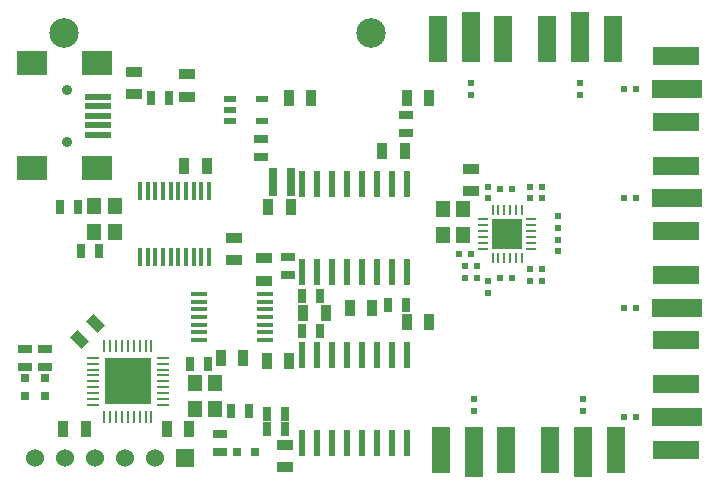
<source format=gts>
G04 #@! TF.FileFunction,Soldermask,Top*
%FSLAX46Y46*%
G04 Gerber Fmt 4.6, Leading zero omitted, Abs format (unit mm)*
G04 Created by KiCad (PCBNEW 4.0.5) date 03/01/17 00:06:24*
%MOMM*%
%LPD*%
G01*
G04 APERTURE LIST*
%ADD10C,0.100000*%
%ADD11R,4.000000X4.000000*%
%ADD12C,0.600000*%
%ADD13R,1.050000X0.250000*%
%ADD14R,0.250000X1.050000*%
%ADD15R,2.500000X2.500000*%
%ADD16O,0.900000X0.250000*%
%ADD17O,0.250000X0.900000*%
%ADD18R,1.200000X1.400000*%
%ADD19R,2.301240X0.500380*%
%ADD20R,2.499360X1.998980*%
%ADD21C,0.899160*%
%ADD22R,1.397000X0.431800*%
%ADD23R,0.600000X2.200000*%
%ADD24R,0.300000X1.600000*%
%ADD25R,1.524000X1.524000*%
%ADD26C,1.524000*%
%ADD27R,0.889000X1.397000*%
%ADD28R,1.397000X0.889000*%
%ADD29R,0.635000X1.143000*%
%ADD30R,1.143000X0.635000*%
%ADD31R,0.600000X0.500000*%
%ADD32R,0.500000X0.600000*%
%ADD33R,0.797560X0.797560*%
%ADD34R,1.100000X0.600000*%
%ADD35R,1.500000X3.950000*%
%ADD36R,1.500000X4.250000*%
%ADD37R,3.950000X1.500000*%
%ADD38R,4.250000X1.500000*%
%ADD39C,2.500000*%
G04 APERTURE END LIST*
D10*
D11*
X148975000Y-116500000D03*
D12*
X150475000Y-118000000D03*
X150475000Y-116500000D03*
X150475000Y-115000000D03*
X148975000Y-118000000D03*
X148975000Y-116500000D03*
X148975000Y-115000000D03*
X147475000Y-118000000D03*
X147475000Y-116500000D03*
X147475000Y-115000000D03*
D13*
X151950000Y-118500000D03*
X151950000Y-118000000D03*
X151950000Y-117500000D03*
X151950000Y-117000000D03*
X151950000Y-116500000D03*
X151950000Y-116000000D03*
X151950000Y-115500000D03*
X151950000Y-115000000D03*
X151950000Y-114500000D03*
D14*
X150975000Y-113525000D03*
X150475000Y-113525000D03*
X149975000Y-113525000D03*
X149475000Y-113525000D03*
X148975000Y-113525000D03*
X148475000Y-113525000D03*
X147975000Y-113525000D03*
X147475000Y-113525000D03*
X146975000Y-113525000D03*
D13*
X146000000Y-114500000D03*
X146000000Y-115000000D03*
X146000000Y-115500000D03*
X146000000Y-116000000D03*
X146000000Y-116500000D03*
X146000000Y-117000000D03*
X146000000Y-117500000D03*
X146000000Y-118000000D03*
X146000000Y-118500000D03*
D14*
X146975000Y-119475000D03*
X147475000Y-119475000D03*
X147975000Y-119475000D03*
X148475000Y-119475000D03*
X148975000Y-119475000D03*
X149475000Y-119475000D03*
X149975000Y-119475000D03*
X150475000Y-119475000D03*
X150975000Y-119475000D03*
D15*
X181100000Y-104000000D03*
D12*
X180200000Y-103100000D03*
X180200000Y-104000000D03*
X180200000Y-104900000D03*
X181100000Y-103100000D03*
X181100000Y-104000000D03*
X181100000Y-104900000D03*
X182000000Y-103100000D03*
X182000000Y-104000000D03*
X182000000Y-104900000D03*
D16*
X179050000Y-102750000D03*
X179050000Y-103250000D03*
X179050000Y-103750000D03*
X179050000Y-104250000D03*
X179050000Y-104750000D03*
X179050000Y-105250000D03*
D17*
X179850000Y-106050000D03*
X180350000Y-106050000D03*
X180850000Y-106050000D03*
X181350000Y-106050000D03*
X181850000Y-106050000D03*
X182350000Y-106050000D03*
D16*
X183150000Y-105250000D03*
X183150000Y-104750000D03*
X183150000Y-104250000D03*
X183150000Y-103750000D03*
X183150000Y-103250000D03*
X183150000Y-102750000D03*
D17*
X182350000Y-101950000D03*
X181850000Y-101950000D03*
X181350000Y-101950000D03*
X180850000Y-101950000D03*
X180350000Y-101950000D03*
X179850000Y-101950000D03*
D18*
X177350000Y-104100000D03*
X177350000Y-101900000D03*
X175650000Y-101900000D03*
X175650000Y-104100000D03*
D19*
X146449320Y-92399800D03*
X146449320Y-93199900D03*
X146449320Y-94000000D03*
X146449320Y-94800100D03*
X146449320Y-95600200D03*
D20*
X146350260Y-89549920D03*
X140851160Y-89549920D03*
X146350260Y-98450080D03*
X140851160Y-98450080D03*
D21*
X143850900Y-91800360D03*
X143850900Y-96199640D03*
D22*
X160588000Y-112987300D03*
X160588000Y-112352300D03*
X160588000Y-111691900D03*
X160588000Y-111056900D03*
X160588000Y-110396500D03*
X160588000Y-109748800D03*
X160588000Y-109101100D03*
X155000000Y-109101100D03*
X155000000Y-109748800D03*
X155000000Y-110396500D03*
X155000000Y-111056900D03*
X155000000Y-111704600D03*
X155000000Y-112352300D03*
X155000000Y-113000000D03*
D23*
X172620000Y-121750000D03*
X172620000Y-114250000D03*
X171350000Y-121750000D03*
X171350000Y-114250000D03*
X170080000Y-121750000D03*
X170080000Y-114250000D03*
X168810000Y-121750000D03*
X168810000Y-114250000D03*
X167540000Y-121750000D03*
X167540000Y-114250000D03*
X166270000Y-121750000D03*
X166270000Y-114250000D03*
X165000000Y-121750000D03*
X165000000Y-114250000D03*
X163730000Y-121750000D03*
X163730000Y-114250000D03*
X172620000Y-107250000D03*
X172620000Y-99750000D03*
X171350000Y-107250000D03*
X171350000Y-99750000D03*
X170080000Y-107250000D03*
X170080000Y-99750000D03*
X168810000Y-107250000D03*
X168810000Y-99750000D03*
X167540000Y-107250000D03*
X167540000Y-99750000D03*
X166270000Y-107250000D03*
X166270000Y-99750000D03*
X165000000Y-107250000D03*
X165000000Y-99750000D03*
X163730000Y-107250000D03*
X163730000Y-99750000D03*
D24*
X155850000Y-106000000D03*
X155850000Y-100400000D03*
X155200000Y-106000000D03*
X155200000Y-100400000D03*
X154550000Y-106000000D03*
X154550000Y-100400000D03*
X153900000Y-106000000D03*
X153900000Y-100400000D03*
X153250000Y-106000000D03*
X153250000Y-100400000D03*
X152600000Y-106000000D03*
X152600000Y-100400000D03*
X151950000Y-106000000D03*
X151950000Y-100400000D03*
X151300000Y-106000000D03*
X151300000Y-100400000D03*
X150650000Y-106000000D03*
X150650000Y-100400000D03*
X150000000Y-106000000D03*
X150000000Y-100400000D03*
D18*
X156350000Y-118850000D03*
X156350000Y-116650000D03*
X154650000Y-116650000D03*
X154650000Y-118850000D03*
X146150000Y-101650000D03*
X146150000Y-103850000D03*
X147850000Y-103850000D03*
X147850000Y-101650000D03*
D25*
X153850000Y-123000000D03*
D26*
X151310000Y-123000000D03*
X148770000Y-123000000D03*
X146230000Y-123000000D03*
X143690000Y-123000000D03*
X141150000Y-123000000D03*
D27*
X158750000Y-114500000D03*
X156845000Y-114500000D03*
D28*
X160500000Y-106095000D03*
X160500000Y-108000000D03*
D29*
X157738000Y-119000000D03*
X159262000Y-119000000D03*
X162250000Y-120500000D03*
X160726000Y-120500000D03*
D28*
X162250000Y-121845000D03*
X162250000Y-123750000D03*
D29*
X163738000Y-112250000D03*
X165262000Y-112250000D03*
X154226000Y-115000000D03*
X155750000Y-115000000D03*
D27*
X162655000Y-114750000D03*
X160750000Y-114750000D03*
D29*
X162750000Y-99000000D03*
X161226000Y-99000000D03*
D27*
X162750000Y-101750000D03*
X160845000Y-101750000D03*
D30*
X162500000Y-107500000D03*
X162500000Y-105976000D03*
D27*
X163845000Y-110750000D03*
X165750000Y-110750000D03*
X172595000Y-92500000D03*
X174500000Y-92500000D03*
X169655000Y-110250000D03*
X167750000Y-110250000D03*
X172405000Y-97000000D03*
X170500000Y-97000000D03*
X172595000Y-111500000D03*
X174500000Y-111500000D03*
D29*
X144774000Y-101750000D03*
X143250000Y-101750000D03*
X146524000Y-105500000D03*
X145000000Y-105500000D03*
D28*
X149500000Y-92202500D03*
X149500000Y-90297500D03*
X154000000Y-92405000D03*
X154000000Y-90500000D03*
D30*
X160250000Y-97512000D03*
X160250000Y-95988000D03*
D27*
X164500000Y-92500000D03*
X162595000Y-92500000D03*
D28*
X178000000Y-100405000D03*
X178000000Y-98500000D03*
D31*
X179500000Y-101000000D03*
X179500000Y-100000000D03*
X177500000Y-106750000D03*
X177500000Y-107750000D03*
D32*
X178000000Y-105750000D03*
X177000000Y-105750000D03*
D31*
X178500000Y-106750000D03*
X178500000Y-107750000D03*
X184000000Y-108000000D03*
X184000000Y-107000000D03*
X184000000Y-100000000D03*
X184000000Y-101000000D03*
X178000000Y-92250000D03*
X178000000Y-91250000D03*
X187250000Y-92250000D03*
X187250000Y-91250000D03*
D32*
X191000000Y-91750000D03*
X192000000Y-91750000D03*
X191000000Y-101000000D03*
X192000000Y-101000000D03*
X191000000Y-110250000D03*
X192000000Y-110250000D03*
X191000000Y-119500000D03*
X192000000Y-119500000D03*
D31*
X187500000Y-118000000D03*
X187500000Y-119000000D03*
X178250000Y-118000000D03*
X178250000Y-119000000D03*
D30*
X172500000Y-93976000D03*
X172500000Y-95500000D03*
D29*
X170988000Y-110000000D03*
X172512000Y-110000000D03*
X150976000Y-92500000D03*
X152500000Y-92500000D03*
X162250000Y-119250000D03*
X160726000Y-119250000D03*
X162762000Y-100250000D03*
X161238000Y-100250000D03*
X163750000Y-109250000D03*
X165274000Y-109250000D03*
D30*
X156750000Y-120988000D03*
X156750000Y-122512000D03*
X142000000Y-113726000D03*
X142000000Y-115250000D03*
X140250000Y-113726000D03*
X140250000Y-115250000D03*
D31*
X183000000Y-108000000D03*
X183000000Y-107000000D03*
X183000000Y-100000000D03*
X183000000Y-101000000D03*
X179500000Y-109000000D03*
X179500000Y-108000000D03*
D32*
X180500000Y-100250000D03*
X181500000Y-100250000D03*
D31*
X185400000Y-102500000D03*
X185400000Y-103500000D03*
X185400000Y-104500000D03*
X185400000Y-105500000D03*
D32*
X181500000Y-107750000D03*
X180500000Y-107750000D03*
D33*
X158251400Y-122500000D03*
X159750000Y-122500000D03*
X142000000Y-116250700D03*
X142000000Y-117749300D03*
X140250000Y-116250700D03*
X140250000Y-117749300D03*
D10*
G36*
X146070395Y-110768258D02*
X147058223Y-111756086D01*
X146429605Y-112384704D01*
X145441777Y-111396876D01*
X146070395Y-110768258D01*
X146070395Y-110768258D01*
G37*
G36*
X144723357Y-112115296D02*
X145711185Y-113103124D01*
X145082567Y-113731742D01*
X144094739Y-112743914D01*
X144723357Y-112115296D01*
X144723357Y-112115296D01*
G37*
D27*
X154155000Y-120500000D03*
X152250000Y-120500000D03*
X143500000Y-120500000D03*
X145405000Y-120500000D03*
D28*
X158000000Y-106250000D03*
X158000000Y-104345000D03*
D27*
X155655000Y-98250000D03*
X153750000Y-98250000D03*
D34*
X160350000Y-92550000D03*
X157650000Y-92550000D03*
X157650000Y-93500000D03*
X160350000Y-94450000D03*
X157650000Y-94450000D03*
D35*
X175230000Y-87475000D03*
X180770000Y-87475000D03*
D36*
X178000000Y-87325000D03*
D35*
X184480000Y-87475000D03*
X190020000Y-87475000D03*
D36*
X187250000Y-87325000D03*
D37*
X195350000Y-88980000D03*
X195350000Y-94520000D03*
D38*
X195500000Y-91750000D03*
D37*
X195350000Y-98230000D03*
X195350000Y-103770000D03*
D38*
X195500000Y-101000000D03*
D37*
X195350000Y-107480000D03*
X195350000Y-113020000D03*
D38*
X195500000Y-110250000D03*
D37*
X195350000Y-116730000D03*
X195350000Y-122270000D03*
D38*
X195500000Y-119500000D03*
D35*
X181020000Y-122350000D03*
X175480000Y-122350000D03*
D36*
X178250000Y-122500000D03*
D35*
X190270000Y-122350000D03*
X184730000Y-122350000D03*
D36*
X187500000Y-122500000D03*
D39*
X169600000Y-87000000D03*
X143600000Y-87000000D03*
M02*

</source>
